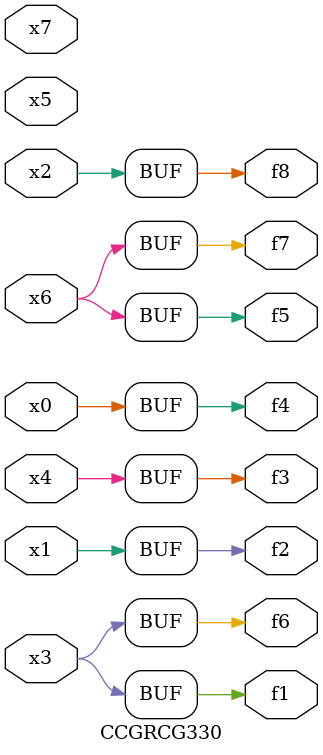
<source format=v>
module CCGRCG330(
	input x0, x1, x2, x3, x4, x5, x6, x7,
	output f1, f2, f3, f4, f5, f6, f7, f8
);
	assign f1 = x3;
	assign f2 = x1;
	assign f3 = x4;
	assign f4 = x0;
	assign f5 = x6;
	assign f6 = x3;
	assign f7 = x6;
	assign f8 = x2;
endmodule

</source>
